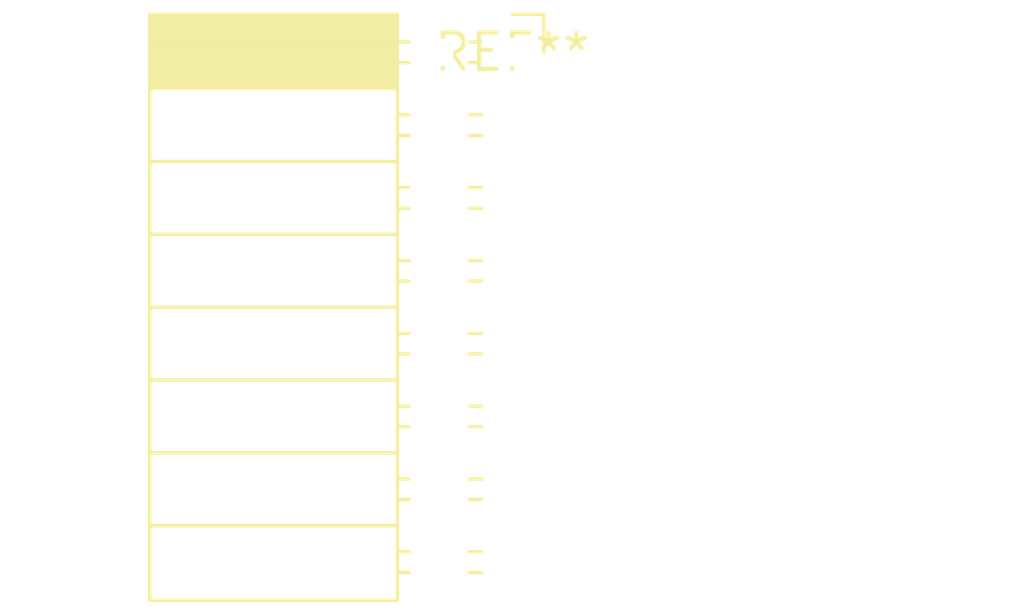
<source format=kicad_pcb>
(kicad_pcb (version 20240108) (generator pcbnew)
  (layers (0 "F.Cu" signal) (31 "B.Cu" signal) (34 "B.Paste" user) (35 "F.Paste" user) (36 "B.SilkS" user "B.Silkscreen") (37 "F.SilkS" user "F.Silkscreen") (38 "B.Mask" user) (39 "F.Mask" user) (44 "Edge.Cuts" user))
  (net 0 "")
  (footprint "PinSocket_2x08_P2.54mm_Horizontal" (layer "F.Cu") (at 0 0)
    (property "Reference" "REF**")
    (property "Value" "PinSocket_2x08_P2.54mm_Horizontal")
    (fp_line (start -12.63 -1.33) (end -12.63 19.11) (layer "F.SilkS") (stroke (width 0.12)))
    (fp_line (start -12.63 -1.33) (end -4 -1.33) (layer "F.SilkS") (stroke (width 0.12)))
    (fp_line (start -12.63 -1.21) (end -4 -1.21) (layer "F.SilkS") (stroke (width 0.12)))
    (fp_line (start -12.63 -1.091905) (end -4 -1.091905) (layer "F.SilkS") (stroke (width 0.12)))
    (fp_line (start -12.63 -0.97381) (end -4 -0.97381) (layer "F.SilkS") (stroke (width 0.12)))
    (fp_line (start -12.63 -0.855715) (end -4 -0.855715) (layer "F.SilkS") (stroke (width 0.12)))
    (fp_line (start -12.63 -0.73762) (end -4 -0.73762) (layer "F.SilkS") (stroke (width 0.12)))
    (fp_line (start -12.63 -0.619525) (end -4 -0.619525) (layer "F.SilkS") (stroke (width 0.12)))
    (fp_line (start -12.63 -0.50143) (end -4 -0.50143) (layer "F.SilkS") (stroke (width 0.12)))
    (fp_line (start -12.63 -0.383335) (end -4 -0.383335) (layer "F.SilkS") (stroke (width 0.12)))
    (fp_line (start -12.63 -0.26524) (end -4 -0.26524) (layer "F.SilkS") (stroke (width 0.12)))
    (fp_line (start -12.63 -0.147145) (end -4 -0.147145) (layer "F.SilkS") (stroke (width 0.12)))
    (fp_line (start -12.63 -0.02905) (end -4 -0.02905) (layer "F.SilkS") (stroke (width 0.12)))
    (fp_line (start -12.63 0.089045) (end -4 0.089045) (layer "F.SilkS") (stroke (width 0.12)))
    (fp_line (start -12.63 0.20714) (end -4 0.20714) (layer "F.SilkS") (stroke (width 0.12)))
    (fp_line (start -12.63 0.325235) (end -4 0.325235) (layer "F.SilkS") (stroke (width 0.12)))
    (fp_line (start -12.63 0.44333) (end -4 0.44333) (layer "F.SilkS") (stroke (width 0.12)))
    (fp_line (start -12.63 0.561425) (end -4 0.561425) (layer "F.SilkS") (stroke (width 0.12)))
    (fp_line (start -12.63 0.67952) (end -4 0.67952) (layer "F.SilkS") (stroke (width 0.12)))
    (fp_line (start -12.63 0.797615) (end -4 0.797615) (layer "F.SilkS") (stroke (width 0.12)))
    (fp_line (start -12.63 0.91571) (end -4 0.91571) (layer "F.SilkS") (stroke (width 0.12)))
    (fp_line (start -12.63 1.033805) (end -4 1.033805) (layer "F.SilkS") (stroke (width 0.12)))
    (fp_line (start -12.63 1.1519) (end -4 1.1519) (layer "F.SilkS") (stroke (width 0.12)))
    (fp_line (start -12.63 1.27) (end -4 1.27) (layer "F.SilkS") (stroke (width 0.12)))
    (fp_line (start -12.63 3.81) (end -4 3.81) (layer "F.SilkS") (stroke (width 0.12)))
    (fp_line (start -12.63 6.35) (end -4 6.35) (layer "F.SilkS") (stroke (width 0.12)))
    (fp_line (start -12.63 8.89) (end -4 8.89) (layer "F.SilkS") (stroke (width 0.12)))
    (fp_line (start -12.63 11.43) (end -4 11.43) (layer "F.SilkS") (stroke (width 0.12)))
    (fp_line (start -12.63 13.97) (end -4 13.97) (layer "F.SilkS") (stroke (width 0.12)))
    (fp_line (start -12.63 16.51) (end -4 16.51) (layer "F.SilkS") (stroke (width 0.12)))
    (fp_line (start -12.63 19.11) (end -4 19.11) (layer "F.SilkS") (stroke (width 0.12)))
    (fp_line (start -4 -1.33) (end -4 19.11) (layer "F.SilkS") (stroke (width 0.12)))
    (fp_line (start -4 -0.36) (end -3.59 -0.36) (layer "F.SilkS") (stroke (width 0.12)))
    (fp_line (start -4 0.36) (end -3.59 0.36) (layer "F.SilkS") (stroke (width 0.12)))
    (fp_line (start -4 2.18) (end -3.59 2.18) (layer "F.SilkS") (stroke (width 0.12)))
    (fp_line (start -4 2.9) (end -3.59 2.9) (layer "F.SilkS") (stroke (width 0.12)))
    (fp_line (start -4 4.72) (end -3.59 4.72) (layer "F.SilkS") (stroke (width 0.12)))
    (fp_line (start -4 5.44) (end -3.59 5.44) (layer "F.SilkS") (stroke (width 0.12)))
    (fp_line (start -4 7.26) (end -3.59 7.26) (layer "F.SilkS") (stroke (width 0.12)))
    (fp_line (start -4 7.98) (end -3.59 7.98) (layer "F.SilkS") (stroke (width 0.12)))
    (fp_line (start -4 9.8) (end -3.59 9.8) (layer "F.SilkS") (stroke (width 0.12)))
    (fp_line (start -4 10.52) (end -3.59 10.52) (layer "F.SilkS") (stroke (width 0.12)))
    (fp_line (start -4 12.34) (end -3.59 12.34) (layer "F.SilkS") (stroke (width 0.12)))
    (fp_line (start -4 13.06) (end -3.59 13.06) (layer "F.SilkS") (stroke (width 0.12)))
    (fp_line (start -4 14.88) (end -3.59 14.88) (layer "F.SilkS") (stroke (width 0.12)))
    (fp_line (start -4 15.6) (end -3.59 15.6) (layer "F.SilkS") (stroke (width 0.12)))
    (fp_line (start -4 17.42) (end -3.59 17.42) (layer "F.SilkS") (stroke (width 0.12)))
    (fp_line (start -4 18.14) (end -3.59 18.14) (layer "F.SilkS") (stroke (width 0.12)))
    (fp_line (start -1.49 -0.36) (end -1.11 -0.36) (layer "F.SilkS") (stroke (width 0.12)))
    (fp_line (start -1.49 0.36) (end -1.11 0.36) (layer "F.SilkS") (stroke (width 0.12)))
    (fp_line (start -1.49 2.18) (end -1.05 2.18) (layer "F.SilkS") (stroke (width 0.12)))
    (fp_line (start -1.49 2.9) (end -1.05 2.9) (layer "F.SilkS") (stroke (width 0.12)))
    (fp_line (start -1.49 4.72) (end -1.05 4.72) (layer "F.SilkS") (stroke (width 0.12)))
    (fp_line (start -1.49 5.44) (end -1.05 5.44) (layer "F.SilkS") (stroke (width 0.12)))
    (fp_line (start -1.49 7.26) (end -1.05 7.26) (layer "F.SilkS") (stroke (width 0.12)))
    (fp_line (start -1.49 7.98) (end -1.05 7.98) (layer "F.SilkS") (stroke (width 0.12)))
    (fp_line (start -1.49 9.8) (end -1.05 9.8) (layer "F.SilkS") (stroke (width 0.12)))
    (fp_line (start -1.49 10.52) (end -1.05 10.52) (layer "F.SilkS") (stroke (width 0.12)))
    (fp_line (start -1.49 12.34) (end -1.05 12.34) (layer "F.SilkS") (stroke (width 0.12)))
    (fp_line (start -1.49 13.06) (end -1.05 13.06) (layer "F.SilkS") (stroke (width 0.12)))
    (fp_line (start -1.49 14.88) (end -1.05 14.88) (layer "F.SilkS") (stroke (width 0.12)))
    (fp_line (start -1.49 15.6) (end -1.05 15.6) (layer "F.SilkS") (stroke (width 0.12)))
    (fp_line (start -1.49 17.42) (end -1.05 17.42) (layer "F.SilkS") (stroke (width 0.12)))
    (fp_line (start -1.49 18.14) (end -1.05 18.14) (layer "F.SilkS") (stroke (width 0.12)))
    (fp_line (start 0 -1.33) (end 1.11 -1.33) (layer "F.SilkS") (stroke (width 0.12)))
    (fp_line (start 1.11 -1.33) (end 1.11 0) (layer "F.SilkS") (stroke (width 0.12)))
    (pad "1" thru_hole rect (at 0 0) (size 1.7 1.7) (drill 1) (layers *.Cu *.Mask) (remove_unused_layers))
    (pad "2" thru_hole oval (at -2.54 0) (size 1.7 1.7) (drill 1) (layers *.Cu *.Mask) (remove_unused_layers))
    (pad "3" thru_hole oval (at 0 2.54) (size 1.7 1.7) (drill 1) (layers *.Cu *.Mask) (remove_unused_layers))
    (pad "4" thru_hole oval (at -2.54 2.54) (size 1.7 1.7) (drill 1) (layers *.Cu *.Mask) (remove_unused_layers))
    (pad "5" thru_hole oval (at 0 5.08) (size 1.7 1.7) (drill 1) (layers *.Cu *.Mask) (remove_unused_layers))
    (pad "6" thru_hole oval (at -2.54 5.08) (size 1.7 1.7) (drill 1) (layers *.Cu *.Mask) (remove_unused_layers))
    (pad "7" thru_hole oval (at 0 7.62) (size 1.7 1.7) (drill 1) (layers *.Cu *.Mask) (remove_unused_layers))
    (pad "8" thru_hole oval (at -2.54 7.62) (size 1.7 1.7) (drill 1) (layers *.Cu *.Mask) (remove_unused_layers))
    (pad "9" thru_hole oval (at 0 10.16) (size 1.7 1.7) (drill 1) (layers *.Cu *.Mask) (remove_unused_layers))
    (pad "10" thru_hole oval (at -2.54 10.16) (size 1.7 1.7) (drill 1) (layers *.Cu *.Mask) (remove_unused_layers))
    (pad "11" thru_hole oval (at 0 12.7) (size 1.7 1.7) (drill 1) (layers *.Cu *.Mask) (remove_unused_layers))
    (pad "12" thru_hole oval (at -2.54 12.7) (size 1.7 1.7) (drill 1) (layers *.Cu *.Mask) (remove_unused_layers))
    (pad "13" thru_hole oval (at 0 15.24) (size 1.7 1.7) (drill 1) (layers *.Cu *.Mask) (remove_unused_layers))
    (pad "14" thru_hole oval (at -2.54 15.24) (size 1.7 1.7) (drill 1) (layers *.Cu *.Mask) (remove_unused_layers))
    (pad "15" thru_hole oval (at 0 17.78) (size 1.7 1.7) (drill 1) (layers *.Cu *.Mask) (remove_unused_layers))
    (pad "16" thru_hole oval (at -2.54 17.78) (size 1.7 1.7) (drill 1) (layers *.Cu *.Mask) (remove_unused_layers))
  )
)
</source>
